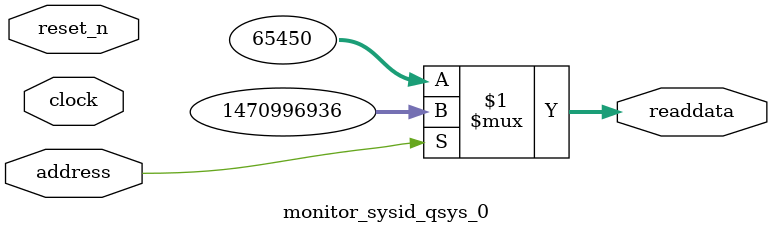
<source format=v>



// synthesis translate_off
`timescale 1ns / 1ps
// synthesis translate_on

// turn off superfluous verilog processor warnings 
// altera message_level Level1 
// altera message_off 10034 10035 10036 10037 10230 10240 10030 

module monitor_sysid_qsys_0 (
               // inputs:
                address,
                clock,
                reset_n,

               // outputs:
                readdata
             )
;

  output  [ 31: 0] readdata;
  input            address;
  input            clock;
  input            reset_n;

  wire    [ 31: 0] readdata;
  //control_slave, which is an e_avalon_slave
  assign readdata = address ? 1470996936 : 65450;

endmodule




</source>
